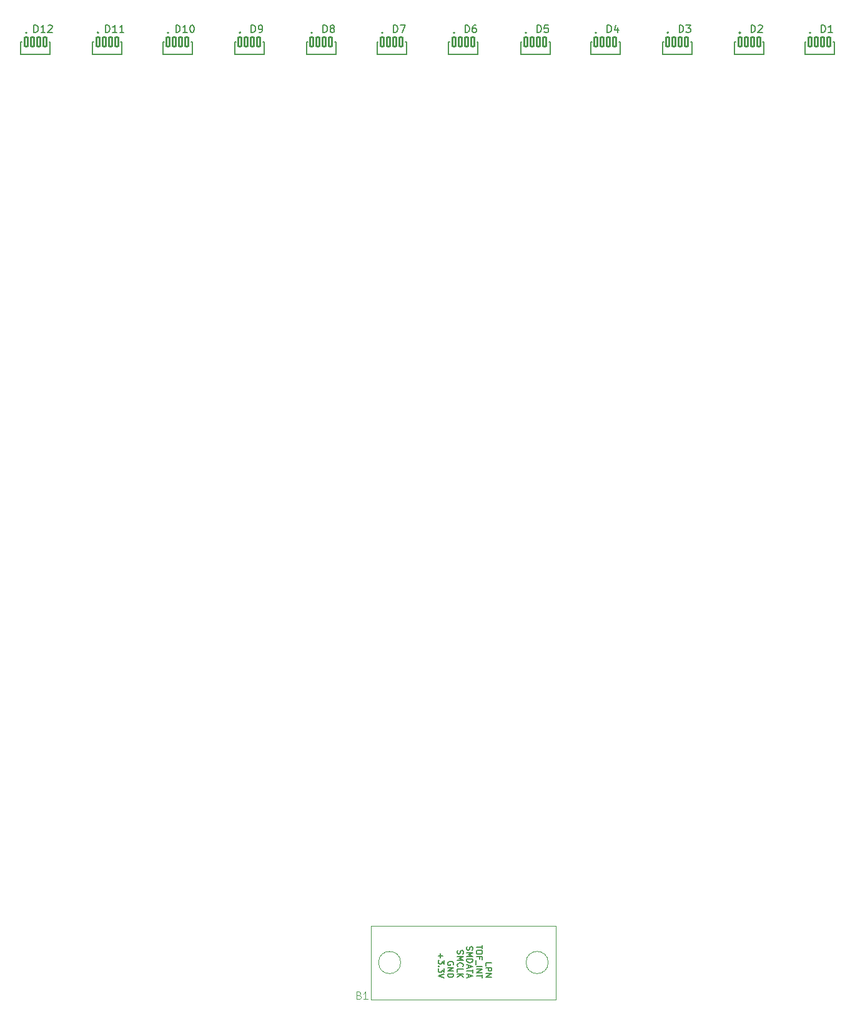
<source format=gto>
G04 #@! TF.GenerationSoftware,KiCad,Pcbnew,9.0.2*
G04 #@! TF.CreationDate,2025-05-26T23:57:56-05:00*
G04 #@! TF.ProjectId,touch-pads,746f7563-682d-4706-9164-732e6b696361,rev?*
G04 #@! TF.SameCoordinates,Original*
G04 #@! TF.FileFunction,Legend,Top*
G04 #@! TF.FilePolarity,Positive*
%FSLAX46Y46*%
G04 Gerber Fmt 4.6, Leading zero omitted, Abs format (unit mm)*
G04 Created by KiCad (PCBNEW 9.0.2) date 2025-05-26 23:57:56*
%MOMM*%
%LPD*%
G01*
G04 APERTURE LIST*
G04 Aperture macros list*
%AMRoundRect*
0 Rectangle with rounded corners*
0 $1 Rounding radius*
0 $2 $3 $4 $5 $6 $7 $8 $9 X,Y pos of 4 corners*
0 Add a 4 corners polygon primitive as box body*
4,1,4,$2,$3,$4,$5,$6,$7,$8,$9,$2,$3,0*
0 Add four circle primitives for the rounded corners*
1,1,$1+$1,$2,$3*
1,1,$1+$1,$4,$5*
1,1,$1+$1,$6,$7*
1,1,$1+$1,$8,$9*
0 Add four rect primitives between the rounded corners*
20,1,$1+$1,$2,$3,$4,$5,0*
20,1,$1+$1,$4,$5,$6,$7,0*
20,1,$1+$1,$6,$7,$8,$9,0*
20,1,$1+$1,$8,$9,$2,$3,0*%
G04 Aperture macros list end*
%ADD10C,0.150000*%
%ADD11C,0.100000*%
%ADD12C,0.127000*%
%ADD13C,0.200000*%
%ADD14C,0.050000*%
%ADD15RoundRect,0.102000X0.210000X0.650000X-0.210000X0.650000X-0.210000X-0.650000X0.210000X-0.650000X0*%
%ADD16C,3.200000*%
%ADD17C,1.524000*%
G04 APERTURE END LIST*
D10*
X266295479Y-255687030D02*
X266295479Y-255306078D01*
X266295479Y-255306078D02*
X267095479Y-255306078D01*
X266295479Y-255953697D02*
X267095479Y-255953697D01*
X267095479Y-255953697D02*
X267095479Y-256258459D01*
X267095479Y-256258459D02*
X267057384Y-256334649D01*
X267057384Y-256334649D02*
X267019289Y-256372744D01*
X267019289Y-256372744D02*
X266943098Y-256410840D01*
X266943098Y-256410840D02*
X266828813Y-256410840D01*
X266828813Y-256410840D02*
X266752622Y-256372744D01*
X266752622Y-256372744D02*
X266714527Y-256334649D01*
X266714527Y-256334649D02*
X266676432Y-256258459D01*
X266676432Y-256258459D02*
X266676432Y-255953697D01*
X266295479Y-256753697D02*
X267095479Y-256753697D01*
X267095479Y-256753697D02*
X266295479Y-257210840D01*
X266295479Y-257210840D02*
X267095479Y-257210840D01*
X265807524Y-252906078D02*
X265807524Y-253363221D01*
X265007524Y-253134649D02*
X265807524Y-253134649D01*
X265807524Y-253782269D02*
X265807524Y-253934650D01*
X265807524Y-253934650D02*
X265769429Y-254010840D01*
X265769429Y-254010840D02*
X265693239Y-254087031D01*
X265693239Y-254087031D02*
X265540858Y-254125126D01*
X265540858Y-254125126D02*
X265274191Y-254125126D01*
X265274191Y-254125126D02*
X265121810Y-254087031D01*
X265121810Y-254087031D02*
X265045620Y-254010840D01*
X265045620Y-254010840D02*
X265007524Y-253934650D01*
X265007524Y-253934650D02*
X265007524Y-253782269D01*
X265007524Y-253782269D02*
X265045620Y-253706078D01*
X265045620Y-253706078D02*
X265121810Y-253629888D01*
X265121810Y-253629888D02*
X265274191Y-253591792D01*
X265274191Y-253591792D02*
X265540858Y-253591792D01*
X265540858Y-253591792D02*
X265693239Y-253629888D01*
X265693239Y-253629888D02*
X265769429Y-253706078D01*
X265769429Y-253706078D02*
X265807524Y-253782269D01*
X265426572Y-254734649D02*
X265426572Y-254467983D01*
X265007524Y-254467983D02*
X265807524Y-254467983D01*
X265807524Y-254467983D02*
X265807524Y-254848935D01*
X264931334Y-254963221D02*
X264931334Y-255572744D01*
X265007524Y-255763221D02*
X265807524Y-255763221D01*
X265007524Y-256144173D02*
X265807524Y-256144173D01*
X265807524Y-256144173D02*
X265007524Y-256601316D01*
X265007524Y-256601316D02*
X265807524Y-256601316D01*
X265807524Y-256867982D02*
X265807524Y-257325125D01*
X265007524Y-257096553D02*
X265807524Y-257096553D01*
X263757665Y-253096553D02*
X263719569Y-253210839D01*
X263719569Y-253210839D02*
X263719569Y-253401315D01*
X263719569Y-253401315D02*
X263757665Y-253477506D01*
X263757665Y-253477506D02*
X263795760Y-253515601D01*
X263795760Y-253515601D02*
X263871950Y-253553696D01*
X263871950Y-253553696D02*
X263948141Y-253553696D01*
X263948141Y-253553696D02*
X264024331Y-253515601D01*
X264024331Y-253515601D02*
X264062426Y-253477506D01*
X264062426Y-253477506D02*
X264100522Y-253401315D01*
X264100522Y-253401315D02*
X264138617Y-253248934D01*
X264138617Y-253248934D02*
X264176712Y-253172744D01*
X264176712Y-253172744D02*
X264214807Y-253134649D01*
X264214807Y-253134649D02*
X264290998Y-253096553D01*
X264290998Y-253096553D02*
X264367188Y-253096553D01*
X264367188Y-253096553D02*
X264443379Y-253134649D01*
X264443379Y-253134649D02*
X264481474Y-253172744D01*
X264481474Y-253172744D02*
X264519569Y-253248934D01*
X264519569Y-253248934D02*
X264519569Y-253439411D01*
X264519569Y-253439411D02*
X264481474Y-253553696D01*
X263719569Y-253896554D02*
X264519569Y-253896554D01*
X264519569Y-253896554D02*
X263948141Y-254163220D01*
X263948141Y-254163220D02*
X264519569Y-254429887D01*
X264519569Y-254429887D02*
X263719569Y-254429887D01*
X263719569Y-254810840D02*
X264519569Y-254810840D01*
X264519569Y-254810840D02*
X264519569Y-255001316D01*
X264519569Y-255001316D02*
X264481474Y-255115602D01*
X264481474Y-255115602D02*
X264405284Y-255191792D01*
X264405284Y-255191792D02*
X264329093Y-255229887D01*
X264329093Y-255229887D02*
X264176712Y-255267983D01*
X264176712Y-255267983D02*
X264062426Y-255267983D01*
X264062426Y-255267983D02*
X263910045Y-255229887D01*
X263910045Y-255229887D02*
X263833855Y-255191792D01*
X263833855Y-255191792D02*
X263757665Y-255115602D01*
X263757665Y-255115602D02*
X263719569Y-255001316D01*
X263719569Y-255001316D02*
X263719569Y-254810840D01*
X263948141Y-255572744D02*
X263948141Y-255953697D01*
X263719569Y-255496554D02*
X264519569Y-255763221D01*
X264519569Y-255763221D02*
X263719569Y-256029887D01*
X264519569Y-256182268D02*
X264519569Y-256639411D01*
X263719569Y-256410839D02*
X264519569Y-256410839D01*
X263948141Y-256867982D02*
X263948141Y-257248935D01*
X263719569Y-256791792D02*
X264519569Y-257058459D01*
X264519569Y-257058459D02*
X263719569Y-257325125D01*
X262469710Y-253629886D02*
X262431614Y-253744172D01*
X262431614Y-253744172D02*
X262431614Y-253934648D01*
X262431614Y-253934648D02*
X262469710Y-254010839D01*
X262469710Y-254010839D02*
X262507805Y-254048934D01*
X262507805Y-254048934D02*
X262583995Y-254087029D01*
X262583995Y-254087029D02*
X262660186Y-254087029D01*
X262660186Y-254087029D02*
X262736376Y-254048934D01*
X262736376Y-254048934D02*
X262774471Y-254010839D01*
X262774471Y-254010839D02*
X262812567Y-253934648D01*
X262812567Y-253934648D02*
X262850662Y-253782267D01*
X262850662Y-253782267D02*
X262888757Y-253706077D01*
X262888757Y-253706077D02*
X262926852Y-253667982D01*
X262926852Y-253667982D02*
X263003043Y-253629886D01*
X263003043Y-253629886D02*
X263079233Y-253629886D01*
X263079233Y-253629886D02*
X263155424Y-253667982D01*
X263155424Y-253667982D02*
X263193519Y-253706077D01*
X263193519Y-253706077D02*
X263231614Y-253782267D01*
X263231614Y-253782267D02*
X263231614Y-253972744D01*
X263231614Y-253972744D02*
X263193519Y-254087029D01*
X262431614Y-254429887D02*
X263231614Y-254429887D01*
X263231614Y-254429887D02*
X262660186Y-254696553D01*
X262660186Y-254696553D02*
X263231614Y-254963220D01*
X263231614Y-254963220D02*
X262431614Y-254963220D01*
X262507805Y-255801316D02*
X262469710Y-255763220D01*
X262469710Y-255763220D02*
X262431614Y-255648935D01*
X262431614Y-255648935D02*
X262431614Y-255572744D01*
X262431614Y-255572744D02*
X262469710Y-255458458D01*
X262469710Y-255458458D02*
X262545900Y-255382268D01*
X262545900Y-255382268D02*
X262622090Y-255344173D01*
X262622090Y-255344173D02*
X262774471Y-255306077D01*
X262774471Y-255306077D02*
X262888757Y-255306077D01*
X262888757Y-255306077D02*
X263041138Y-255344173D01*
X263041138Y-255344173D02*
X263117329Y-255382268D01*
X263117329Y-255382268D02*
X263193519Y-255458458D01*
X263193519Y-255458458D02*
X263231614Y-255572744D01*
X263231614Y-255572744D02*
X263231614Y-255648935D01*
X263231614Y-255648935D02*
X263193519Y-255763220D01*
X263193519Y-255763220D02*
X263155424Y-255801316D01*
X262431614Y-256525125D02*
X262431614Y-256144173D01*
X262431614Y-256144173D02*
X263231614Y-256144173D01*
X262431614Y-256791792D02*
X263231614Y-256791792D01*
X262431614Y-257248935D02*
X262888757Y-256906077D01*
X263231614Y-257248935D02*
X262774471Y-256791792D01*
X261905564Y-255572744D02*
X261943659Y-255496554D01*
X261943659Y-255496554D02*
X261943659Y-255382268D01*
X261943659Y-255382268D02*
X261905564Y-255267982D01*
X261905564Y-255267982D02*
X261829374Y-255191792D01*
X261829374Y-255191792D02*
X261753183Y-255153697D01*
X261753183Y-255153697D02*
X261600802Y-255115601D01*
X261600802Y-255115601D02*
X261486516Y-255115601D01*
X261486516Y-255115601D02*
X261334135Y-255153697D01*
X261334135Y-255153697D02*
X261257945Y-255191792D01*
X261257945Y-255191792D02*
X261181755Y-255267982D01*
X261181755Y-255267982D02*
X261143659Y-255382268D01*
X261143659Y-255382268D02*
X261143659Y-255458459D01*
X261143659Y-255458459D02*
X261181755Y-255572744D01*
X261181755Y-255572744D02*
X261219850Y-255610840D01*
X261219850Y-255610840D02*
X261486516Y-255610840D01*
X261486516Y-255610840D02*
X261486516Y-255458459D01*
X261143659Y-255953697D02*
X261943659Y-255953697D01*
X261943659Y-255953697D02*
X261143659Y-256410840D01*
X261143659Y-256410840D02*
X261943659Y-256410840D01*
X261143659Y-256791792D02*
X261943659Y-256791792D01*
X261943659Y-256791792D02*
X261943659Y-256982268D01*
X261943659Y-256982268D02*
X261905564Y-257096554D01*
X261905564Y-257096554D02*
X261829374Y-257172744D01*
X261829374Y-257172744D02*
X261753183Y-257210839D01*
X261753183Y-257210839D02*
X261600802Y-257248935D01*
X261600802Y-257248935D02*
X261486516Y-257248935D01*
X261486516Y-257248935D02*
X261334135Y-257210839D01*
X261334135Y-257210839D02*
X261257945Y-257172744D01*
X261257945Y-257172744D02*
X261181755Y-257096554D01*
X261181755Y-257096554D02*
X261143659Y-256982268D01*
X261143659Y-256982268D02*
X261143659Y-256791792D01*
X260160466Y-254010840D02*
X260160466Y-254620364D01*
X259855704Y-254315602D02*
X260465228Y-254315602D01*
X260655704Y-254925125D02*
X260655704Y-255420363D01*
X260655704Y-255420363D02*
X260350942Y-255153697D01*
X260350942Y-255153697D02*
X260350942Y-255267982D01*
X260350942Y-255267982D02*
X260312847Y-255344173D01*
X260312847Y-255344173D02*
X260274752Y-255382268D01*
X260274752Y-255382268D02*
X260198561Y-255420363D01*
X260198561Y-255420363D02*
X260008085Y-255420363D01*
X260008085Y-255420363D02*
X259931895Y-255382268D01*
X259931895Y-255382268D02*
X259893800Y-255344173D01*
X259893800Y-255344173D02*
X259855704Y-255267982D01*
X259855704Y-255267982D02*
X259855704Y-255039411D01*
X259855704Y-255039411D02*
X259893800Y-254963220D01*
X259893800Y-254963220D02*
X259931895Y-254925125D01*
X259931895Y-255763221D02*
X259893800Y-255801316D01*
X259893800Y-255801316D02*
X259855704Y-255763221D01*
X259855704Y-255763221D02*
X259893800Y-255725125D01*
X259893800Y-255725125D02*
X259931895Y-255763221D01*
X259931895Y-255763221D02*
X259855704Y-255763221D01*
X260655704Y-256067982D02*
X260655704Y-256563220D01*
X260655704Y-256563220D02*
X260350942Y-256296554D01*
X260350942Y-256296554D02*
X260350942Y-256410839D01*
X260350942Y-256410839D02*
X260312847Y-256487030D01*
X260312847Y-256487030D02*
X260274752Y-256525125D01*
X260274752Y-256525125D02*
X260198561Y-256563220D01*
X260198561Y-256563220D02*
X260008085Y-256563220D01*
X260008085Y-256563220D02*
X259931895Y-256525125D01*
X259931895Y-256525125D02*
X259893800Y-256487030D01*
X259893800Y-256487030D02*
X259855704Y-256410839D01*
X259855704Y-256410839D02*
X259855704Y-256182268D01*
X259855704Y-256182268D02*
X259893800Y-256106077D01*
X259893800Y-256106077D02*
X259931895Y-256067982D01*
X260655704Y-256791792D02*
X259855704Y-257058459D01*
X259855704Y-257058459D02*
X260655704Y-257325125D01*
X244236905Y-129204819D02*
X244236905Y-128204819D01*
X244236905Y-128204819D02*
X244475000Y-128204819D01*
X244475000Y-128204819D02*
X244617857Y-128252438D01*
X244617857Y-128252438D02*
X244713095Y-128347676D01*
X244713095Y-128347676D02*
X244760714Y-128442914D01*
X244760714Y-128442914D02*
X244808333Y-128633390D01*
X244808333Y-128633390D02*
X244808333Y-128776247D01*
X244808333Y-128776247D02*
X244760714Y-128966723D01*
X244760714Y-128966723D02*
X244713095Y-129061961D01*
X244713095Y-129061961D02*
X244617857Y-129157200D01*
X244617857Y-129157200D02*
X244475000Y-129204819D01*
X244475000Y-129204819D02*
X244236905Y-129204819D01*
X245379762Y-128633390D02*
X245284524Y-128585771D01*
X245284524Y-128585771D02*
X245236905Y-128538152D01*
X245236905Y-128538152D02*
X245189286Y-128442914D01*
X245189286Y-128442914D02*
X245189286Y-128395295D01*
X245189286Y-128395295D02*
X245236905Y-128300057D01*
X245236905Y-128300057D02*
X245284524Y-128252438D01*
X245284524Y-128252438D02*
X245379762Y-128204819D01*
X245379762Y-128204819D02*
X245570238Y-128204819D01*
X245570238Y-128204819D02*
X245665476Y-128252438D01*
X245665476Y-128252438D02*
X245713095Y-128300057D01*
X245713095Y-128300057D02*
X245760714Y-128395295D01*
X245760714Y-128395295D02*
X245760714Y-128442914D01*
X245760714Y-128442914D02*
X245713095Y-128538152D01*
X245713095Y-128538152D02*
X245665476Y-128585771D01*
X245665476Y-128585771D02*
X245570238Y-128633390D01*
X245570238Y-128633390D02*
X245379762Y-128633390D01*
X245379762Y-128633390D02*
X245284524Y-128681009D01*
X245284524Y-128681009D02*
X245236905Y-128728628D01*
X245236905Y-128728628D02*
X245189286Y-128823866D01*
X245189286Y-128823866D02*
X245189286Y-129014342D01*
X245189286Y-129014342D02*
X245236905Y-129109580D01*
X245236905Y-129109580D02*
X245284524Y-129157200D01*
X245284524Y-129157200D02*
X245379762Y-129204819D01*
X245379762Y-129204819D02*
X245570238Y-129204819D01*
X245570238Y-129204819D02*
X245665476Y-129157200D01*
X245665476Y-129157200D02*
X245713095Y-129109580D01*
X245713095Y-129109580D02*
X245760714Y-129014342D01*
X245760714Y-129014342D02*
X245760714Y-128823866D01*
X245760714Y-128823866D02*
X245713095Y-128728628D01*
X245713095Y-128728628D02*
X245665476Y-128681009D01*
X245665476Y-128681009D02*
X245570238Y-128633390D01*
X234511905Y-129204819D02*
X234511905Y-128204819D01*
X234511905Y-128204819D02*
X234750000Y-128204819D01*
X234750000Y-128204819D02*
X234892857Y-128252438D01*
X234892857Y-128252438D02*
X234988095Y-128347676D01*
X234988095Y-128347676D02*
X235035714Y-128442914D01*
X235035714Y-128442914D02*
X235083333Y-128633390D01*
X235083333Y-128633390D02*
X235083333Y-128776247D01*
X235083333Y-128776247D02*
X235035714Y-128966723D01*
X235035714Y-128966723D02*
X234988095Y-129061961D01*
X234988095Y-129061961D02*
X234892857Y-129157200D01*
X234892857Y-129157200D02*
X234750000Y-129204819D01*
X234750000Y-129204819D02*
X234511905Y-129204819D01*
X235559524Y-129204819D02*
X235750000Y-129204819D01*
X235750000Y-129204819D02*
X235845238Y-129157200D01*
X235845238Y-129157200D02*
X235892857Y-129109580D01*
X235892857Y-129109580D02*
X235988095Y-128966723D01*
X235988095Y-128966723D02*
X236035714Y-128776247D01*
X236035714Y-128776247D02*
X236035714Y-128395295D01*
X236035714Y-128395295D02*
X235988095Y-128300057D01*
X235988095Y-128300057D02*
X235940476Y-128252438D01*
X235940476Y-128252438D02*
X235845238Y-128204819D01*
X235845238Y-128204819D02*
X235654762Y-128204819D01*
X235654762Y-128204819D02*
X235559524Y-128252438D01*
X235559524Y-128252438D02*
X235511905Y-128300057D01*
X235511905Y-128300057D02*
X235464286Y-128395295D01*
X235464286Y-128395295D02*
X235464286Y-128633390D01*
X235464286Y-128633390D02*
X235511905Y-128728628D01*
X235511905Y-128728628D02*
X235559524Y-128776247D01*
X235559524Y-128776247D02*
X235654762Y-128823866D01*
X235654762Y-128823866D02*
X235845238Y-128823866D01*
X235845238Y-128823866D02*
X235940476Y-128776247D01*
X235940476Y-128776247D02*
X235988095Y-128728628D01*
X235988095Y-128728628D02*
X236035714Y-128633390D01*
X282761905Y-129204819D02*
X282761905Y-128204819D01*
X282761905Y-128204819D02*
X283000000Y-128204819D01*
X283000000Y-128204819D02*
X283142857Y-128252438D01*
X283142857Y-128252438D02*
X283238095Y-128347676D01*
X283238095Y-128347676D02*
X283285714Y-128442914D01*
X283285714Y-128442914D02*
X283333333Y-128633390D01*
X283333333Y-128633390D02*
X283333333Y-128776247D01*
X283333333Y-128776247D02*
X283285714Y-128966723D01*
X283285714Y-128966723D02*
X283238095Y-129061961D01*
X283238095Y-129061961D02*
X283142857Y-129157200D01*
X283142857Y-129157200D02*
X283000000Y-129204819D01*
X283000000Y-129204819D02*
X282761905Y-129204819D01*
X284190476Y-128538152D02*
X284190476Y-129204819D01*
X283952381Y-128157200D02*
X283714286Y-128871485D01*
X283714286Y-128871485D02*
X284333333Y-128871485D01*
X311786905Y-129204819D02*
X311786905Y-128204819D01*
X311786905Y-128204819D02*
X312025000Y-128204819D01*
X312025000Y-128204819D02*
X312167857Y-128252438D01*
X312167857Y-128252438D02*
X312263095Y-128347676D01*
X312263095Y-128347676D02*
X312310714Y-128442914D01*
X312310714Y-128442914D02*
X312358333Y-128633390D01*
X312358333Y-128633390D02*
X312358333Y-128776247D01*
X312358333Y-128776247D02*
X312310714Y-128966723D01*
X312310714Y-128966723D02*
X312263095Y-129061961D01*
X312263095Y-129061961D02*
X312167857Y-129157200D01*
X312167857Y-129157200D02*
X312025000Y-129204819D01*
X312025000Y-129204819D02*
X311786905Y-129204819D01*
X313310714Y-129204819D02*
X312739286Y-129204819D01*
X313025000Y-129204819D02*
X313025000Y-128204819D01*
X313025000Y-128204819D02*
X312929762Y-128347676D01*
X312929762Y-128347676D02*
X312834524Y-128442914D01*
X312834524Y-128442914D02*
X312739286Y-128490533D01*
X224285714Y-129204819D02*
X224285714Y-128204819D01*
X224285714Y-128204819D02*
X224523809Y-128204819D01*
X224523809Y-128204819D02*
X224666666Y-128252438D01*
X224666666Y-128252438D02*
X224761904Y-128347676D01*
X224761904Y-128347676D02*
X224809523Y-128442914D01*
X224809523Y-128442914D02*
X224857142Y-128633390D01*
X224857142Y-128633390D02*
X224857142Y-128776247D01*
X224857142Y-128776247D02*
X224809523Y-128966723D01*
X224809523Y-128966723D02*
X224761904Y-129061961D01*
X224761904Y-129061961D02*
X224666666Y-129157200D01*
X224666666Y-129157200D02*
X224523809Y-129204819D01*
X224523809Y-129204819D02*
X224285714Y-129204819D01*
X225809523Y-129204819D02*
X225238095Y-129204819D01*
X225523809Y-129204819D02*
X225523809Y-128204819D01*
X225523809Y-128204819D02*
X225428571Y-128347676D01*
X225428571Y-128347676D02*
X225333333Y-128442914D01*
X225333333Y-128442914D02*
X225238095Y-128490533D01*
X226428571Y-128204819D02*
X226523809Y-128204819D01*
X226523809Y-128204819D02*
X226619047Y-128252438D01*
X226619047Y-128252438D02*
X226666666Y-128300057D01*
X226666666Y-128300057D02*
X226714285Y-128395295D01*
X226714285Y-128395295D02*
X226761904Y-128585771D01*
X226761904Y-128585771D02*
X226761904Y-128823866D01*
X226761904Y-128823866D02*
X226714285Y-129014342D01*
X226714285Y-129014342D02*
X226666666Y-129109580D01*
X226666666Y-129109580D02*
X226619047Y-129157200D01*
X226619047Y-129157200D02*
X226523809Y-129204819D01*
X226523809Y-129204819D02*
X226428571Y-129204819D01*
X226428571Y-129204819D02*
X226333333Y-129157200D01*
X226333333Y-129157200D02*
X226285714Y-129109580D01*
X226285714Y-129109580D02*
X226238095Y-129014342D01*
X226238095Y-129014342D02*
X226190476Y-128823866D01*
X226190476Y-128823866D02*
X226190476Y-128585771D01*
X226190476Y-128585771D02*
X226238095Y-128395295D01*
X226238095Y-128395295D02*
X226285714Y-128300057D01*
X226285714Y-128300057D02*
X226333333Y-128252438D01*
X226333333Y-128252438D02*
X226428571Y-128204819D01*
X214760714Y-129204819D02*
X214760714Y-128204819D01*
X214760714Y-128204819D02*
X214998809Y-128204819D01*
X214998809Y-128204819D02*
X215141666Y-128252438D01*
X215141666Y-128252438D02*
X215236904Y-128347676D01*
X215236904Y-128347676D02*
X215284523Y-128442914D01*
X215284523Y-128442914D02*
X215332142Y-128633390D01*
X215332142Y-128633390D02*
X215332142Y-128776247D01*
X215332142Y-128776247D02*
X215284523Y-128966723D01*
X215284523Y-128966723D02*
X215236904Y-129061961D01*
X215236904Y-129061961D02*
X215141666Y-129157200D01*
X215141666Y-129157200D02*
X214998809Y-129204819D01*
X214998809Y-129204819D02*
X214760714Y-129204819D01*
X216284523Y-129204819D02*
X215713095Y-129204819D01*
X215998809Y-129204819D02*
X215998809Y-128204819D01*
X215998809Y-128204819D02*
X215903571Y-128347676D01*
X215903571Y-128347676D02*
X215808333Y-128442914D01*
X215808333Y-128442914D02*
X215713095Y-128490533D01*
X217236904Y-129204819D02*
X216665476Y-129204819D01*
X216951190Y-129204819D02*
X216951190Y-128204819D01*
X216951190Y-128204819D02*
X216855952Y-128347676D01*
X216855952Y-128347676D02*
X216760714Y-128442914D01*
X216760714Y-128442914D02*
X216665476Y-128490533D01*
X253786905Y-129204819D02*
X253786905Y-128204819D01*
X253786905Y-128204819D02*
X254025000Y-128204819D01*
X254025000Y-128204819D02*
X254167857Y-128252438D01*
X254167857Y-128252438D02*
X254263095Y-128347676D01*
X254263095Y-128347676D02*
X254310714Y-128442914D01*
X254310714Y-128442914D02*
X254358333Y-128633390D01*
X254358333Y-128633390D02*
X254358333Y-128776247D01*
X254358333Y-128776247D02*
X254310714Y-128966723D01*
X254310714Y-128966723D02*
X254263095Y-129061961D01*
X254263095Y-129061961D02*
X254167857Y-129157200D01*
X254167857Y-129157200D02*
X254025000Y-129204819D01*
X254025000Y-129204819D02*
X253786905Y-129204819D01*
X254691667Y-128204819D02*
X255358333Y-128204819D01*
X255358333Y-128204819D02*
X254929762Y-129204819D01*
X292511905Y-129204819D02*
X292511905Y-128204819D01*
X292511905Y-128204819D02*
X292750000Y-128204819D01*
X292750000Y-128204819D02*
X292892857Y-128252438D01*
X292892857Y-128252438D02*
X292988095Y-128347676D01*
X292988095Y-128347676D02*
X293035714Y-128442914D01*
X293035714Y-128442914D02*
X293083333Y-128633390D01*
X293083333Y-128633390D02*
X293083333Y-128776247D01*
X293083333Y-128776247D02*
X293035714Y-128966723D01*
X293035714Y-128966723D02*
X292988095Y-129061961D01*
X292988095Y-129061961D02*
X292892857Y-129157200D01*
X292892857Y-129157200D02*
X292750000Y-129204819D01*
X292750000Y-129204819D02*
X292511905Y-129204819D01*
X293416667Y-128204819D02*
X294035714Y-128204819D01*
X294035714Y-128204819D02*
X293702381Y-128585771D01*
X293702381Y-128585771D02*
X293845238Y-128585771D01*
X293845238Y-128585771D02*
X293940476Y-128633390D01*
X293940476Y-128633390D02*
X293988095Y-128681009D01*
X293988095Y-128681009D02*
X294035714Y-128776247D01*
X294035714Y-128776247D02*
X294035714Y-129014342D01*
X294035714Y-129014342D02*
X293988095Y-129109580D01*
X293988095Y-129109580D02*
X293940476Y-129157200D01*
X293940476Y-129157200D02*
X293845238Y-129204819D01*
X293845238Y-129204819D02*
X293559524Y-129204819D01*
X293559524Y-129204819D02*
X293464286Y-129157200D01*
X293464286Y-129157200D02*
X293416667Y-129109580D01*
X273261905Y-129204819D02*
X273261905Y-128204819D01*
X273261905Y-128204819D02*
X273500000Y-128204819D01*
X273500000Y-128204819D02*
X273642857Y-128252438D01*
X273642857Y-128252438D02*
X273738095Y-128347676D01*
X273738095Y-128347676D02*
X273785714Y-128442914D01*
X273785714Y-128442914D02*
X273833333Y-128633390D01*
X273833333Y-128633390D02*
X273833333Y-128776247D01*
X273833333Y-128776247D02*
X273785714Y-128966723D01*
X273785714Y-128966723D02*
X273738095Y-129061961D01*
X273738095Y-129061961D02*
X273642857Y-129157200D01*
X273642857Y-129157200D02*
X273500000Y-129204819D01*
X273500000Y-129204819D02*
X273261905Y-129204819D01*
X274738095Y-128204819D02*
X274261905Y-128204819D01*
X274261905Y-128204819D02*
X274214286Y-128681009D01*
X274214286Y-128681009D02*
X274261905Y-128633390D01*
X274261905Y-128633390D02*
X274357143Y-128585771D01*
X274357143Y-128585771D02*
X274595238Y-128585771D01*
X274595238Y-128585771D02*
X274690476Y-128633390D01*
X274690476Y-128633390D02*
X274738095Y-128681009D01*
X274738095Y-128681009D02*
X274785714Y-128776247D01*
X274785714Y-128776247D02*
X274785714Y-129014342D01*
X274785714Y-129014342D02*
X274738095Y-129109580D01*
X274738095Y-129109580D02*
X274690476Y-129157200D01*
X274690476Y-129157200D02*
X274595238Y-129204819D01*
X274595238Y-129204819D02*
X274357143Y-129204819D01*
X274357143Y-129204819D02*
X274261905Y-129157200D01*
X274261905Y-129157200D02*
X274214286Y-129109580D01*
X302261905Y-129204819D02*
X302261905Y-128204819D01*
X302261905Y-128204819D02*
X302500000Y-128204819D01*
X302500000Y-128204819D02*
X302642857Y-128252438D01*
X302642857Y-128252438D02*
X302738095Y-128347676D01*
X302738095Y-128347676D02*
X302785714Y-128442914D01*
X302785714Y-128442914D02*
X302833333Y-128633390D01*
X302833333Y-128633390D02*
X302833333Y-128776247D01*
X302833333Y-128776247D02*
X302785714Y-128966723D01*
X302785714Y-128966723D02*
X302738095Y-129061961D01*
X302738095Y-129061961D02*
X302642857Y-129157200D01*
X302642857Y-129157200D02*
X302500000Y-129204819D01*
X302500000Y-129204819D02*
X302261905Y-129204819D01*
X303214286Y-128300057D02*
X303261905Y-128252438D01*
X303261905Y-128252438D02*
X303357143Y-128204819D01*
X303357143Y-128204819D02*
X303595238Y-128204819D01*
X303595238Y-128204819D02*
X303690476Y-128252438D01*
X303690476Y-128252438D02*
X303738095Y-128300057D01*
X303738095Y-128300057D02*
X303785714Y-128395295D01*
X303785714Y-128395295D02*
X303785714Y-128490533D01*
X303785714Y-128490533D02*
X303738095Y-128633390D01*
X303738095Y-128633390D02*
X303166667Y-129204819D01*
X303166667Y-129204819D02*
X303785714Y-129204819D01*
X205035714Y-129204819D02*
X205035714Y-128204819D01*
X205035714Y-128204819D02*
X205273809Y-128204819D01*
X205273809Y-128204819D02*
X205416666Y-128252438D01*
X205416666Y-128252438D02*
X205511904Y-128347676D01*
X205511904Y-128347676D02*
X205559523Y-128442914D01*
X205559523Y-128442914D02*
X205607142Y-128633390D01*
X205607142Y-128633390D02*
X205607142Y-128776247D01*
X205607142Y-128776247D02*
X205559523Y-128966723D01*
X205559523Y-128966723D02*
X205511904Y-129061961D01*
X205511904Y-129061961D02*
X205416666Y-129157200D01*
X205416666Y-129157200D02*
X205273809Y-129204819D01*
X205273809Y-129204819D02*
X205035714Y-129204819D01*
X206559523Y-129204819D02*
X205988095Y-129204819D01*
X206273809Y-129204819D02*
X206273809Y-128204819D01*
X206273809Y-128204819D02*
X206178571Y-128347676D01*
X206178571Y-128347676D02*
X206083333Y-128442914D01*
X206083333Y-128442914D02*
X205988095Y-128490533D01*
X206940476Y-128300057D02*
X206988095Y-128252438D01*
X206988095Y-128252438D02*
X207083333Y-128204819D01*
X207083333Y-128204819D02*
X207321428Y-128204819D01*
X207321428Y-128204819D02*
X207416666Y-128252438D01*
X207416666Y-128252438D02*
X207464285Y-128300057D01*
X207464285Y-128300057D02*
X207511904Y-128395295D01*
X207511904Y-128395295D02*
X207511904Y-128490533D01*
X207511904Y-128490533D02*
X207464285Y-128633390D01*
X207464285Y-128633390D02*
X206892857Y-129204819D01*
X206892857Y-129204819D02*
X207511904Y-129204819D01*
X263511905Y-129204819D02*
X263511905Y-128204819D01*
X263511905Y-128204819D02*
X263750000Y-128204819D01*
X263750000Y-128204819D02*
X263892857Y-128252438D01*
X263892857Y-128252438D02*
X263988095Y-128347676D01*
X263988095Y-128347676D02*
X264035714Y-128442914D01*
X264035714Y-128442914D02*
X264083333Y-128633390D01*
X264083333Y-128633390D02*
X264083333Y-128776247D01*
X264083333Y-128776247D02*
X264035714Y-128966723D01*
X264035714Y-128966723D02*
X263988095Y-129061961D01*
X263988095Y-129061961D02*
X263892857Y-129157200D01*
X263892857Y-129157200D02*
X263750000Y-129204819D01*
X263750000Y-129204819D02*
X263511905Y-129204819D01*
X264940476Y-128204819D02*
X264750000Y-128204819D01*
X264750000Y-128204819D02*
X264654762Y-128252438D01*
X264654762Y-128252438D02*
X264607143Y-128300057D01*
X264607143Y-128300057D02*
X264511905Y-128442914D01*
X264511905Y-128442914D02*
X264464286Y-128633390D01*
X264464286Y-128633390D02*
X264464286Y-129014342D01*
X264464286Y-129014342D02*
X264511905Y-129109580D01*
X264511905Y-129109580D02*
X264559524Y-129157200D01*
X264559524Y-129157200D02*
X264654762Y-129204819D01*
X264654762Y-129204819D02*
X264845238Y-129204819D01*
X264845238Y-129204819D02*
X264940476Y-129157200D01*
X264940476Y-129157200D02*
X264988095Y-129109580D01*
X264988095Y-129109580D02*
X265035714Y-129014342D01*
X265035714Y-129014342D02*
X265035714Y-128776247D01*
X265035714Y-128776247D02*
X264988095Y-128681009D01*
X264988095Y-128681009D02*
X264940476Y-128633390D01*
X264940476Y-128633390D02*
X264845238Y-128585771D01*
X264845238Y-128585771D02*
X264654762Y-128585771D01*
X264654762Y-128585771D02*
X264559524Y-128633390D01*
X264559524Y-128633390D02*
X264511905Y-128681009D01*
X264511905Y-128681009D02*
X264464286Y-128776247D01*
D11*
X249095238Y-259683609D02*
X249238095Y-259731228D01*
X249238095Y-259731228D02*
X249285714Y-259778847D01*
X249285714Y-259778847D02*
X249333333Y-259874085D01*
X249333333Y-259874085D02*
X249333333Y-260016942D01*
X249333333Y-260016942D02*
X249285714Y-260112180D01*
X249285714Y-260112180D02*
X249238095Y-260159800D01*
X249238095Y-260159800D02*
X249142857Y-260207419D01*
X249142857Y-260207419D02*
X248761905Y-260207419D01*
X248761905Y-260207419D02*
X248761905Y-259207419D01*
X248761905Y-259207419D02*
X249095238Y-259207419D01*
X249095238Y-259207419D02*
X249190476Y-259255038D01*
X249190476Y-259255038D02*
X249238095Y-259302657D01*
X249238095Y-259302657D02*
X249285714Y-259397895D01*
X249285714Y-259397895D02*
X249285714Y-259493133D01*
X249285714Y-259493133D02*
X249238095Y-259588371D01*
X249238095Y-259588371D02*
X249190476Y-259635990D01*
X249190476Y-259635990D02*
X249095238Y-259683609D01*
X249095238Y-259683609D02*
X248761905Y-259683609D01*
X250285714Y-260207419D02*
X249714286Y-260207419D01*
X250000000Y-260207419D02*
X250000000Y-259207419D01*
X250000000Y-259207419D02*
X249904762Y-259350276D01*
X249904762Y-259350276D02*
X249809524Y-259445514D01*
X249809524Y-259445514D02*
X249714286Y-259493133D01*
D12*
X245965000Y-132200000D02*
X241985000Y-132200000D01*
X245965000Y-130500000D02*
X245965000Y-132200000D01*
X245810000Y-130500000D02*
X245965000Y-130500000D01*
X241985000Y-132200000D02*
X241985000Y-130500000D01*
X241985000Y-130500000D02*
X242140000Y-130500000D01*
D13*
X242800000Y-129250000D02*
G75*
G02*
X242600000Y-129250000I-100000J0D01*
G01*
X242600000Y-129250000D02*
G75*
G02*
X242800000Y-129250000I100000J0D01*
G01*
D12*
X236240000Y-132200000D02*
X232260000Y-132200000D01*
X236240000Y-130500000D02*
X236240000Y-132200000D01*
X236085000Y-130500000D02*
X236240000Y-130500000D01*
X232260000Y-132200000D02*
X232260000Y-130500000D01*
X232260000Y-130500000D02*
X232415000Y-130500000D01*
D13*
X233075000Y-129250000D02*
G75*
G02*
X232875000Y-129250000I-100000J0D01*
G01*
X232875000Y-129250000D02*
G75*
G02*
X233075000Y-129250000I100000J0D01*
G01*
D12*
X284490000Y-132200000D02*
X280510000Y-132200000D01*
X284490000Y-130500000D02*
X284490000Y-132200000D01*
X284335000Y-130500000D02*
X284490000Y-130500000D01*
X280510000Y-132200000D02*
X280510000Y-130500000D01*
X280510000Y-130500000D02*
X280665000Y-130500000D01*
D13*
X281325000Y-129250000D02*
G75*
G02*
X281125000Y-129250000I-100000J0D01*
G01*
X281125000Y-129250000D02*
G75*
G02*
X281325000Y-129250000I100000J0D01*
G01*
D12*
X313515000Y-132200000D02*
X309535000Y-132200000D01*
X313515000Y-130500000D02*
X313515000Y-132200000D01*
X313360000Y-130500000D02*
X313515000Y-130500000D01*
X309535000Y-132200000D02*
X309535000Y-130500000D01*
X309535000Y-130500000D02*
X309690000Y-130500000D01*
D13*
X310350000Y-129250000D02*
G75*
G02*
X310150000Y-129250000I-100000J0D01*
G01*
X310150000Y-129250000D02*
G75*
G02*
X310350000Y-129250000I100000J0D01*
G01*
D12*
X226490000Y-132200000D02*
X222510000Y-132200000D01*
X226490000Y-130500000D02*
X226490000Y-132200000D01*
X226335000Y-130500000D02*
X226490000Y-130500000D01*
X222510000Y-132200000D02*
X222510000Y-130500000D01*
X222510000Y-130500000D02*
X222665000Y-130500000D01*
D13*
X223325000Y-129250000D02*
G75*
G02*
X223125000Y-129250000I-100000J0D01*
G01*
X223125000Y-129250000D02*
G75*
G02*
X223325000Y-129250000I100000J0D01*
G01*
D12*
X216965000Y-132200000D02*
X212985000Y-132200000D01*
X216965000Y-130500000D02*
X216965000Y-132200000D01*
X216810000Y-130500000D02*
X216965000Y-130500000D01*
X212985000Y-132200000D02*
X212985000Y-130500000D01*
X212985000Y-130500000D02*
X213140000Y-130500000D01*
D13*
X213800000Y-129250000D02*
G75*
G02*
X213600000Y-129250000I-100000J0D01*
G01*
X213600000Y-129250000D02*
G75*
G02*
X213800000Y-129250000I100000J0D01*
G01*
D12*
X255515000Y-132200000D02*
X251535000Y-132200000D01*
X255515000Y-130500000D02*
X255515000Y-132200000D01*
X255360000Y-130500000D02*
X255515000Y-130500000D01*
X251535000Y-132200000D02*
X251535000Y-130500000D01*
X251535000Y-130500000D02*
X251690000Y-130500000D01*
D13*
X252350000Y-129250000D02*
G75*
G02*
X252150000Y-129250000I-100000J0D01*
G01*
X252150000Y-129250000D02*
G75*
G02*
X252350000Y-129250000I100000J0D01*
G01*
D12*
X294240000Y-132200000D02*
X290260000Y-132200000D01*
X294240000Y-130500000D02*
X294240000Y-132200000D01*
X294085000Y-130500000D02*
X294240000Y-130500000D01*
X290260000Y-132200000D02*
X290260000Y-130500000D01*
X290260000Y-130500000D02*
X290415000Y-130500000D01*
D13*
X291075000Y-129250000D02*
G75*
G02*
X290875000Y-129250000I-100000J0D01*
G01*
X290875000Y-129250000D02*
G75*
G02*
X291075000Y-129250000I100000J0D01*
G01*
D12*
X274990000Y-132200000D02*
X271010000Y-132200000D01*
X274990000Y-130500000D02*
X274990000Y-132200000D01*
X274835000Y-130500000D02*
X274990000Y-130500000D01*
X271010000Y-132200000D02*
X271010000Y-130500000D01*
X271010000Y-130500000D02*
X271165000Y-130500000D01*
D13*
X271825000Y-129250000D02*
G75*
G02*
X271625000Y-129250000I-100000J0D01*
G01*
X271625000Y-129250000D02*
G75*
G02*
X271825000Y-129250000I100000J0D01*
G01*
D12*
X303990000Y-132200000D02*
X300010000Y-132200000D01*
X303990000Y-130500000D02*
X303990000Y-132200000D01*
X303835000Y-130500000D02*
X303990000Y-130500000D01*
X300010000Y-132200000D02*
X300010000Y-130500000D01*
X300010000Y-130500000D02*
X300165000Y-130500000D01*
D13*
X300825000Y-129250000D02*
G75*
G02*
X300625000Y-129250000I-100000J0D01*
G01*
X300625000Y-129250000D02*
G75*
G02*
X300825000Y-129250000I100000J0D01*
G01*
D12*
X207240000Y-132200000D02*
X203260000Y-132200000D01*
X207240000Y-130500000D02*
X207240000Y-132200000D01*
X207085000Y-130500000D02*
X207240000Y-130500000D01*
X203260000Y-132200000D02*
X203260000Y-130500000D01*
X203260000Y-130500000D02*
X203415000Y-130500000D01*
D13*
X204075000Y-129250000D02*
G75*
G02*
X203875000Y-129250000I-100000J0D01*
G01*
X203875000Y-129250000D02*
G75*
G02*
X204075000Y-129250000I100000J0D01*
G01*
D12*
X265240000Y-132200000D02*
X261260000Y-132200000D01*
X265240000Y-130500000D02*
X265240000Y-132200000D01*
X265085000Y-130500000D02*
X265240000Y-130500000D01*
X261260000Y-132200000D02*
X261260000Y-130500000D01*
X261260000Y-130500000D02*
X261415000Y-130500000D01*
D13*
X262075000Y-129250000D02*
G75*
G02*
X261875000Y-129250000I-100000J0D01*
G01*
X261875000Y-129250000D02*
G75*
G02*
X262075000Y-129250000I100000J0D01*
G01*
D14*
X275750000Y-260250000D02*
X250750000Y-260250000D01*
X250750000Y-250250000D01*
X275750000Y-250250000D01*
X275750000Y-260250000D01*
X274750000Y-255250000D02*
G75*
G02*
X271750000Y-255250000I-1500000J0D01*
G01*
X271750000Y-255250000D02*
G75*
G02*
X274750000Y-255250000I1500000J0D01*
G01*
X254750000Y-255250000D02*
G75*
G02*
X251750000Y-255250000I-1500000J0D01*
G01*
X251750000Y-255250000D02*
G75*
G02*
X254750000Y-255250000I1500000J0D01*
G01*
%LPC*%
D15*
X242700000Y-130500000D03*
X243550000Y-130500000D03*
X244400000Y-130500000D03*
X245250000Y-130500000D03*
X232975000Y-130500000D03*
X233825000Y-130500000D03*
X234675000Y-130500000D03*
X235525000Y-130500000D03*
X281225000Y-130500000D03*
X282075000Y-130500000D03*
X282925000Y-130500000D03*
X283775000Y-130500000D03*
X310250000Y-130500000D03*
X311100000Y-130500000D03*
X311950000Y-130500000D03*
X312800000Y-130500000D03*
X223225000Y-130500000D03*
X224075000Y-130500000D03*
X224925000Y-130500000D03*
X225775000Y-130500000D03*
X213700000Y-130500000D03*
X214550000Y-130500000D03*
X215400000Y-130500000D03*
X216250000Y-130500000D03*
D16*
X311250000Y-255750000D03*
D15*
X252250000Y-130500000D03*
X253100000Y-130500000D03*
X253950000Y-130500000D03*
X254800000Y-130500000D03*
X290975000Y-130500000D03*
X291825000Y-130500000D03*
X292675000Y-130500000D03*
X293525000Y-130500000D03*
D16*
X311250000Y-106750000D03*
D15*
X271725000Y-130500000D03*
X272575000Y-130500000D03*
X273425000Y-130500000D03*
X274275000Y-130500000D03*
X300725000Y-130500000D03*
X301575000Y-130500000D03*
X302425000Y-130500000D03*
X303275000Y-130500000D03*
X203975000Y-130500000D03*
X204825000Y-130500000D03*
X205675000Y-130500000D03*
X206525000Y-130500000D03*
D16*
X215250000Y-106750000D03*
D15*
X261975000Y-130500000D03*
X262825000Y-130500000D03*
X263675000Y-130500000D03*
X264525000Y-130500000D03*
D16*
X215250000Y-255750000D03*
D17*
X256900000Y-259250000D03*
X259440000Y-259250000D03*
X261980000Y-259250000D03*
X264520000Y-259250000D03*
X267060000Y-259250000D03*
X269600000Y-259250000D03*
%LPD*%
M02*

</source>
